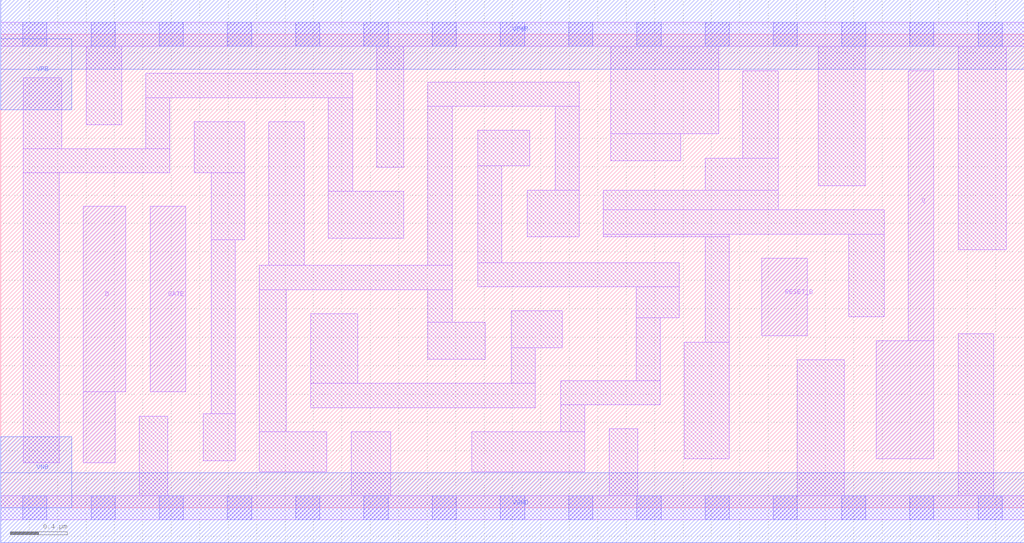
<source format=lef>
# Copyright 2020 The SkyWater PDK Authors
#
# Licensed under the Apache License, Version 2.0 (the "License");
# you may not use this file except in compliance with the License.
# You may obtain a copy of the License at
#
#     https://www.apache.org/licenses/LICENSE-2.0
#
# Unless required by applicable law or agreed to in writing, software
# distributed under the License is distributed on an "AS IS" BASIS,
# WITHOUT WARRANTIES OR CONDITIONS OF ANY KIND, either express or implied.
# See the License for the specific language governing permissions and
# limitations under the License.
#
# SPDX-License-Identifier: Apache-2.0

VERSION 5.5 ;
NAMESCASESENSITIVE ON ;
BUSBITCHARS "[]" ;
DIVIDERCHAR "/" ;
MACRO sky130_fd_sc_lp__dlrtp_2
  CLASS CORE ;
  SOURCE USER ;
  ORIGIN  0.000000  0.000000 ;
  SIZE  7.200000 BY  3.330000 ;
  SYMMETRY X Y R90 ;
  SITE unit ;
  PIN D
    ANTENNAGATEAREA  0.159000 ;
    DIRECTION INPUT ;
    USE SIGNAL ;
    PORT
      LAYER li1 ;
        RECT 0.580000 0.315000 0.805000 0.815000 ;
        RECT 0.580000 0.815000 0.880000 2.120000 ;
    END
  END D
  PIN Q
    ANTENNADIFFAREA  0.684600 ;
    DIRECTION OUTPUT ;
    USE SIGNAL ;
    PORT
      LAYER li1 ;
        RECT 6.160000 0.345000 6.565000 1.175000 ;
        RECT 6.385000 1.175000 6.565000 3.075000 ;
    END
  END Q
  PIN RESET_B
    ANTENNAGATEAREA  0.315000 ;
    DIRECTION INPUT ;
    USE SIGNAL ;
    PORT
      LAYER li1 ;
        RECT 5.355000 1.210000 5.675000 1.755000 ;
    END
  END RESET_B
  PIN GATE
    ANTENNAGATEAREA  0.159000 ;
    DIRECTION INPUT ;
    USE CLOCK ;
    PORT
      LAYER li1 ;
        RECT 1.050000 0.815000 1.300000 2.120000 ;
    END
  END GATE
  PIN VGND
    DIRECTION INOUT ;
    USE GROUND ;
    PORT
      LAYER met1 ;
        RECT 0.000000 -0.245000 7.200000 0.245000 ;
    END
  END VGND
  PIN VNB
    DIRECTION INOUT ;
    USE GROUND ;
    PORT
      LAYER met1 ;
        RECT 0.000000 0.000000 0.500000 0.500000 ;
    END
  END VNB
  PIN VPB
    DIRECTION INOUT ;
    USE POWER ;
    PORT
      LAYER met1 ;
        RECT 0.000000 2.800000 0.500000 3.300000 ;
    END
  END VPB
  PIN VPWR
    DIRECTION INOUT ;
    USE POWER ;
    PORT
      LAYER met1 ;
        RECT 0.000000 3.085000 7.200000 3.575000 ;
    END
  END VPWR
  OBS
    LAYER li1 ;
      RECT 0.000000 -0.085000 7.200000 0.085000 ;
      RECT 0.000000  3.245000 7.200000 3.415000 ;
      RECT 0.160000  0.315000 0.410000 2.355000 ;
      RECT 0.160000  2.355000 1.190000 2.525000 ;
      RECT 0.160000  2.525000 0.430000 3.025000 ;
      RECT 0.600000  2.695000 0.850000 3.245000 ;
      RECT 0.975000  0.085000 1.175000 0.645000 ;
      RECT 1.020000  2.525000 1.190000 2.885000 ;
      RECT 1.020000  2.885000 2.475000 3.055000 ;
      RECT 1.360000  2.355000 1.715000 2.715000 ;
      RECT 1.425000  0.330000 1.650000 0.660000 ;
      RECT 1.480000  0.660000 1.650000 1.885000 ;
      RECT 1.480000  1.885000 1.715000 2.355000 ;
      RECT 1.820000  0.255000 2.295000 0.535000 ;
      RECT 1.820000  0.535000 2.010000 1.535000 ;
      RECT 1.820000  1.535000 3.175000 1.705000 ;
      RECT 1.885000  1.705000 2.135000 2.715000 ;
      RECT 2.180000  0.705000 3.760000 0.875000 ;
      RECT 2.180000  0.875000 2.510000 1.365000 ;
      RECT 2.305000  1.895000 2.835000 2.225000 ;
      RECT 2.305000  2.225000 2.475000 2.885000 ;
      RECT 2.465000  0.085000 2.745000 0.535000 ;
      RECT 2.645000  2.395000 2.835000 3.245000 ;
      RECT 3.005000  1.045000 3.410000 1.305000 ;
      RECT 3.005000  1.305000 3.175000 1.535000 ;
      RECT 3.005000  1.705000 3.175000 2.825000 ;
      RECT 3.005000  2.825000 4.070000 2.995000 ;
      RECT 3.315000  0.255000 4.110000 0.535000 ;
      RECT 3.355000  1.555000 4.775000 1.725000 ;
      RECT 3.355000  1.725000 3.525000 2.405000 ;
      RECT 3.355000  2.405000 3.720000 2.655000 ;
      RECT 3.590000  0.875000 3.760000 1.125000 ;
      RECT 3.590000  1.125000 3.950000 1.385000 ;
      RECT 3.705000  1.905000 4.070000 2.235000 ;
      RECT 3.900000  2.235000 4.070000 2.825000 ;
      RECT 3.940000  0.535000 4.110000 0.725000 ;
      RECT 3.940000  0.725000 4.640000 0.895000 ;
      RECT 4.240000  1.905000 5.125000 1.925000 ;
      RECT 4.240000  1.925000 6.215000 2.095000 ;
      RECT 4.240000  2.095000 5.470000 2.235000 ;
      RECT 4.280000  0.085000 4.480000 0.555000 ;
      RECT 4.290000  2.440000 4.785000 2.630000 ;
      RECT 4.290000  2.630000 5.050000 3.245000 ;
      RECT 4.470000  0.895000 4.640000 1.335000 ;
      RECT 4.470000  1.335000 4.775000 1.555000 ;
      RECT 4.810000  0.345000 5.125000 1.165000 ;
      RECT 4.955000  1.165000 5.125000 1.905000 ;
      RECT 4.955000  2.235000 5.470000 2.460000 ;
      RECT 5.220000  2.460000 5.470000 3.075000 ;
      RECT 5.605000  0.085000 5.935000 1.040000 ;
      RECT 5.750000  2.265000 6.080000 3.245000 ;
      RECT 5.965000  1.345000 6.215000 1.925000 ;
      RECT 6.735000  0.085000 6.985000 1.225000 ;
      RECT 6.735000  1.815000 7.075000 3.245000 ;
    LAYER mcon ;
      RECT 0.155000 -0.085000 0.325000 0.085000 ;
      RECT 0.155000  3.245000 0.325000 3.415000 ;
      RECT 0.635000 -0.085000 0.805000 0.085000 ;
      RECT 0.635000  3.245000 0.805000 3.415000 ;
      RECT 1.115000 -0.085000 1.285000 0.085000 ;
      RECT 1.115000  3.245000 1.285000 3.415000 ;
      RECT 1.595000 -0.085000 1.765000 0.085000 ;
      RECT 1.595000  3.245000 1.765000 3.415000 ;
      RECT 2.075000 -0.085000 2.245000 0.085000 ;
      RECT 2.075000  3.245000 2.245000 3.415000 ;
      RECT 2.555000 -0.085000 2.725000 0.085000 ;
      RECT 2.555000  3.245000 2.725000 3.415000 ;
      RECT 3.035000 -0.085000 3.205000 0.085000 ;
      RECT 3.035000  3.245000 3.205000 3.415000 ;
      RECT 3.515000 -0.085000 3.685000 0.085000 ;
      RECT 3.515000  3.245000 3.685000 3.415000 ;
      RECT 3.995000 -0.085000 4.165000 0.085000 ;
      RECT 3.995000  3.245000 4.165000 3.415000 ;
      RECT 4.475000 -0.085000 4.645000 0.085000 ;
      RECT 4.475000  3.245000 4.645000 3.415000 ;
      RECT 4.955000 -0.085000 5.125000 0.085000 ;
      RECT 4.955000  3.245000 5.125000 3.415000 ;
      RECT 5.435000 -0.085000 5.605000 0.085000 ;
      RECT 5.435000  3.245000 5.605000 3.415000 ;
      RECT 5.915000 -0.085000 6.085000 0.085000 ;
      RECT 5.915000  3.245000 6.085000 3.415000 ;
      RECT 6.395000 -0.085000 6.565000 0.085000 ;
      RECT 6.395000  3.245000 6.565000 3.415000 ;
      RECT 6.875000 -0.085000 7.045000 0.085000 ;
      RECT 6.875000  3.245000 7.045000 3.415000 ;
  END
END sky130_fd_sc_lp__dlrtp_2
END LIBRARY

</source>
